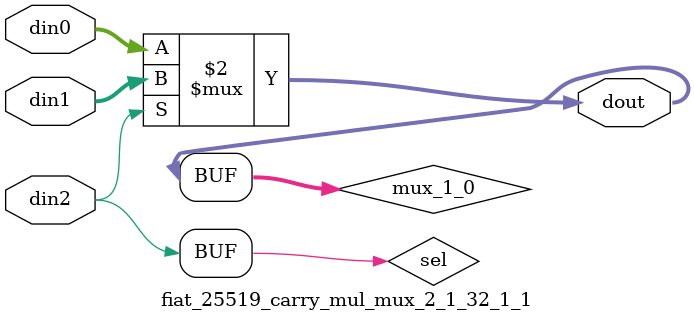
<source format=v>

`timescale 1ns/1ps

module fiat_25519_carry_mul_mux_2_1_32_1_1 #(
parameter
    ID                = 0,
    NUM_STAGE         = 1,
    din0_WIDTH       = 32,
    din1_WIDTH       = 32,
    din2_WIDTH         = 32,
    dout_WIDTH            = 32
)(
    input  [31 : 0]     din0,
    input  [31 : 0]     din1,
    input  [0 : 0]    din2,
    output [31 : 0]   dout);

// puts internal signals
wire [0 : 0]     sel;
// level 1 signals
wire [31 : 0]         mux_1_0;

assign sel = din2;

// Generate level 1 logic
assign mux_1_0 = (sel[0] == 0)? din0 : din1;

// output logic
assign dout = mux_1_0;

endmodule

</source>
